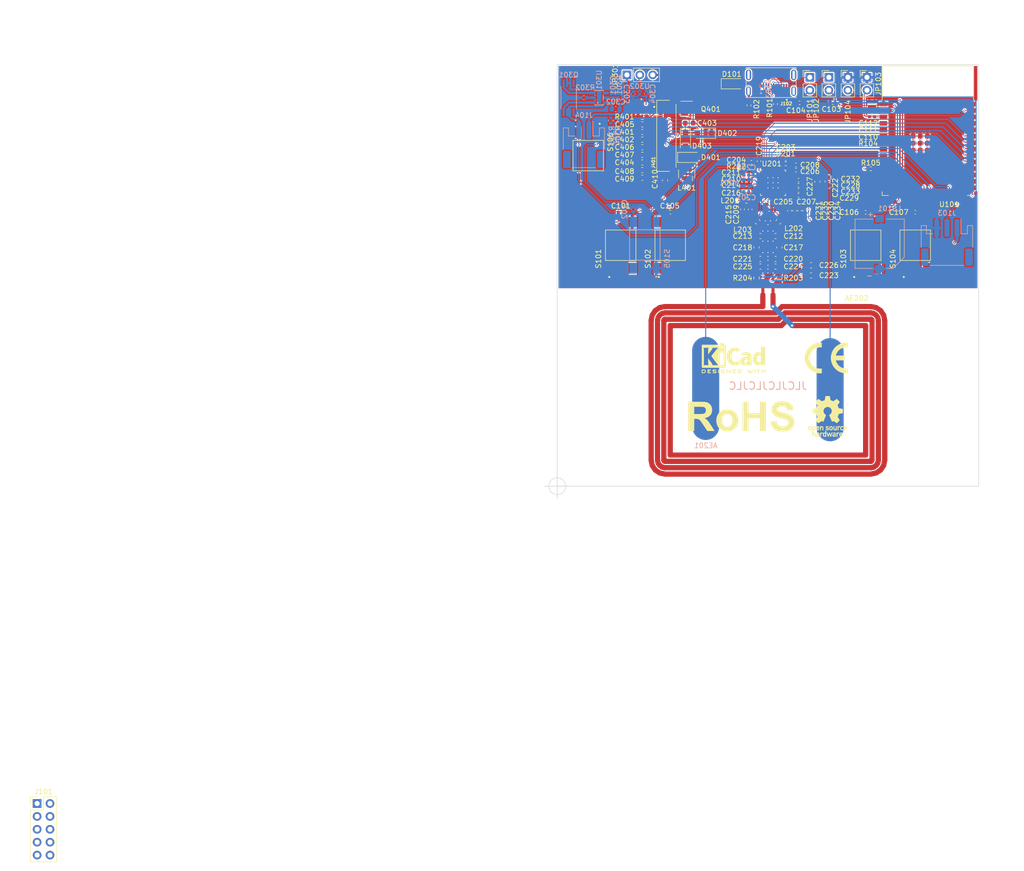
<source format=kicad_pcb>
(kicad_pcb (version 20211014) (generator pcbnew)

  (general
    (thickness 1.59)
  )

  (paper "A4")
  (layers
    (0 "F.Cu" signal)
    (1 "In1.Cu" power)
    (2 "In2.Cu" power)
    (31 "B.Cu" signal)
    (32 "B.Adhes" user "B.Adhesive")
    (33 "F.Adhes" user "F.Adhesive")
    (34 "B.Paste" user)
    (35 "F.Paste" user)
    (36 "B.SilkS" user "B.Silkscreen")
    (37 "F.SilkS" user "F.Silkscreen")
    (38 "B.Mask" user)
    (39 "F.Mask" user)
    (40 "Dwgs.User" user "User.Drawings")
    (41 "Cmts.User" user "User.Comments")
    (42 "Eco1.User" user "User.Eco1")
    (43 "Eco2.User" user "User.Eco2")
    (44 "Edge.Cuts" user)
    (45 "Margin" user)
    (46 "B.CrtYd" user "B.Courtyard")
    (47 "F.CrtYd" user "F.Courtyard")
    (48 "B.Fab" user)
    (49 "F.Fab" user)
    (50 "User.1" user)
    (51 "User.2" user)
    (52 "User.3" user)
    (53 "User.4" user)
    (54 "User.5" user)
    (55 "User.6" user)
    (56 "User.7" user)
    (57 "User.8" user)
    (58 "User.9" user)
  )

  (setup
    (stackup
      (layer "F.SilkS" (type "Top Silk Screen") (color "White"))
      (layer "F.Paste" (type "Top Solder Paste"))
      (layer "F.Mask" (type "Top Solder Mask") (color "Green") (thickness 0.01))
      (layer "F.Cu" (type "copper") (thickness 0.035))
      (layer "dielectric 1" (type "core") (thickness 0.2) (material "FR4") (epsilon_r 4.6) (loss_tangent 0.02))
      (layer "In1.Cu" (type "copper") (thickness 0.0175))
      (layer "dielectric 2" (type "prepreg") (thickness 1.065) (material "FR4") (epsilon_r 4.6) (loss_tangent 0.02))
      (layer "In2.Cu" (type "copper") (thickness 0.0175))
      (layer "dielectric 3" (type "core") (thickness 0.2) (material "FR4") (epsilon_r 4.6) (loss_tangent 0.02))
      (layer "B.Cu" (type "copper") (thickness 0.035))
      (layer "B.Mask" (type "Bottom Solder Mask") (color "Green") (thickness 0.01))
      (layer "B.Paste" (type "Bottom Solder Paste"))
      (layer "B.SilkS" (type "Bottom Silk Screen") (color "White"))
      (copper_finish "ENIG")
      (dielectric_constraints yes)
    )
    (pad_to_mask_clearance 0.05)
    (solder_mask_min_width 0.2)
    (pcbplotparams
      (layerselection 0x00010fc_ffffffff)
      (disableapertmacros false)
      (usegerberextensions false)
      (usegerberattributes true)
      (usegerberadvancedattributes true)
      (creategerberjobfile true)
      (svguseinch false)
      (svgprecision 6)
      (excludeedgelayer true)
      (plotframeref false)
      (viasonmask false)
      (mode 1)
      (useauxorigin false)
      (hpglpennumber 1)
      (hpglpenspeed 20)
      (hpglpendiameter 15.000000)
      (dxfpolygonmode true)
      (dxfimperialunits true)
      (dxfusepcbnewfont true)
      (psnegative false)
      (psa4output false)
      (plotreference true)
      (plotvalue true)
      (plotinvisibletext false)
      (sketchpadsonfab false)
      (subtractmaskfromsilk false)
      (outputformat 1)
      (mirror false)
      (drillshape 1)
      (scaleselection 1)
      (outputdirectory "")
    )
  )

  (net 0 "")
  (net 1 "Net-(AE202-Pad1)")
  (net 2 "Net-(AE202-Pad2)")
  (net 3 "GND")
  (net 4 "+3V3")
  (net 5 "Net-(C404-Pad2)")
  (net 6 "Net-(C405-Pad2)")
  (net 7 "Net-(C406-Pad2)")
  (net 8 "Net-(C407-Pad2)")
  (net 9 "Net-(C408-Pad2)")
  (net 10 "Net-(C409-Pad2)")
  (net 11 "Net-(C410-Pad1)")
  (net 12 "+5V")
  (net 13 "USB_VBUS")
  (net 14 "ETH_CLK")
  (net 15 "ETH_INT")
  (net 16 "ETH_WOL")
  (net 17 "MISO")
  (net 18 "MOSI")
  (net 19 "Net-(C209-Pad1)")
  (net 20 "Net-(C210-Pad1)")
  (net 21 "Net-(J102-PadS1)")
  (net 22 "unconnected-(J102-PadA1)")
  (net 23 "unconnected-(J102-PadA2)")
  (net 24 "unconnected-(J102-PadA3)")
  (net 25 "Net-(J102-PadA5)")
  (net 26 "USB_D+")
  (net 27 "USB_D-")
  (net 28 "unconnected-(J102-PadA8)")
  (net 29 "unconnected-(J102-PadA10)")
  (net 30 "unconnected-(J102-PadA11)")
  (net 31 "unconnected-(J102-PadB1)")
  (net 32 "unconnected-(J102-PadB2)")
  (net 33 "unconnected-(J102-PadB3)")
  (net 34 "Net-(J102-PadB5)")
  (net 35 "unconnected-(J102-PadB8)")
  (net 36 "unconnected-(J102-PadB10)")
  (net 37 "unconnected-(J102-PadB11)")
  (net 38 "LED_DATA")
  (net 39 "+BATT")
  (net 40 "-BATT")
  (net 41 "SCLK")
  (net 42 "ETH_SS_N")
  (net 43 "Net-(J401-Pad1)")
  (net 44 "unconnected-(J401-Pad6)")
  (net 45 "unconnected-(J401-Pad7)")
  (net 46 "DISP_BS")
  (net 47 "DISP_BUSY_N")
  (net 48 "DISP_RST")
  (net 49 "DISP_DC")
  (net 50 "DISP_SS_N")
  (net 51 "NFC_SS_N")
  (net 52 "NFC_IRQ")
  (net 53 "unconnected-(J401-Pad17)")
  (net 54 "unconnected-(J401-Pad19)")
  (net 55 "BUZZER")
  (net 56 "unconnected-(Q301-Pad1)")
  (net 57 "Net-(Q301-Pad4)")
  (net 58 "Net-(Q301-Pad5)")
  (net 59 "unconnected-(S101-Pad2)")
  (net 60 "unconnected-(S101-Pad1)")
  (net 61 "SW1")
  (net 62 "unconnected-(S102-Pad2)")
  (net 63 "unconnected-(S102-Pad1)")
  (net 64 "SW5")
  (net 65 "unconnected-(S103-Pad1)")
  (net 66 "unconnected-(S103-Pad2)")
  (net 67 "unconnected-(S104-Pad2)")
  (net 68 "unconnected-(S104-Pad1)")
  (net 69 "SW2")
  (net 70 "unconnected-(S105-Pad2)")
  (net 71 "Net-(S105-Pad3)")
  (net 72 "SW3")
  (net 73 "unconnected-(S106-Pad4)")
  (net 74 "unconnected-(S106-Pad3)")
  (net 75 "SW4")
  (net 76 "ESP_EN")
  (net 77 "ESP_BOOT")
  (net 78 "Net-(R105-Pad2)")
  (net 79 "ESP_D-")
  (net 80 "ESP_D+")
  (net 81 "unconnected-(U101-Pad36)")
  (net 82 "unconnected-(U101-Pad37)")
  (net 83 "SENSE_BAT")
  (net 84 "Net-(C212-Pad1)")
  (net 85 "/NFC/RFO1")
  (net 86 "/NFC/RFO2")
  (net 87 "/NFC/TRIM1_3")
  (net 88 "/NFC/TRIM2_3")
  (net 89 "/NFC/TRIM1_2")
  (net 90 "/NFC/TRIM2_2")
  (net 91 "Net-(R201-Pad2)")
  (net 92 "unconnected-(U201-Pad28)")
  (net 93 "Net-(R202-Pad2)")
  (net 94 "Net-(C213-Pad2)")
  (net 95 "Net-(C202-Pad2)")
  (net 96 "Net-(C201-Pad2)")
  (net 97 "/NFC/TRIM1_1")
  (net 98 "/NFC/TRIM2_1")
  (net 99 "/NFC/TRIM1_0")
  (net 100 "/NFC/TRIM2_0")
  (net 101 "/NFC/RFI1")
  (net 102 "/NFC/RFI2")
  (net 103 "Net-(C214-Pad1)")
  (net 104 "Net-(R302-Pad1)")
  (net 105 "unconnected-(U301-Pad4)")
  (net 106 "Net-(C301-Pad1)")
  (net 107 "Net-(AE201-Pad1)")
  (net 108 "Net-(AE201-Pad2)")
  (net 109 "Net-(C205-Pad1)")
  (net 110 "Net-(C206-Pad2)")
  (net 111 "TRIM1")
  (net 112 "TRIM2")
  (net 113 "Net-(C403-Pad1)")
  (net 114 "Net-(C403-Pad2)")
  (net 115 "unconnected-(J401-Pad4)")
  (net 116 "Net-(J401-Pad3)")
  (net 117 "Net-(C303-Pad1)")
  (net 118 "unconnected-(U101-Pad30)")
  (net 119 "unconnected-(U101-Pad29)")
  (net 120 "unconnected-(U101-Pad28)")
  (net 121 "unconnected-(U101-Pad38)")
  (net 122 "unconnected-(U101-Pad15)")
  (net 123 "unconnected-(U101-Pad10)")
  (net 124 "unconnected-(U101-Pad26)")
  (net 125 "unconnected-(U101-Pad12)")

  (footprint "Capacitor_SMD:C_0603_1608Metric" (layer "F.Cu") (at 46.75 43.25))

  (footprint "Capacitor_SMD:C_0402_1005Metric" (layer "F.Cu") (at 77.52 52.75))

  (footprint "Resistor_SMD:R_0603_1608Metric" (layer "F.Cu") (at 73.75 69 -90))

  (footprint "Capacitor_SMD:C_0603_1608Metric" (layer "F.Cu") (at 73 66.75 180))

  (footprint "Capacitor_SMD:C_0402_1005Metric" (layer "F.Cu") (at 68 55.5 -90))

  (footprint "FH34SRJ-24S-0:HRS_FH34SRJ-24S-0.5SH(99)" (layer "F.Cu") (at 51.5 41 90))

  (footprint "Capacitor_SMD:C_0402_1005Metric" (layer "F.Cu") (at 71.75 55.5))

  (footprint "Resistor_SMD:R_0402_1005Metric" (layer "F.Cu") (at 67.75 35 -90))

  (footprint "ST25R3911B-AQFT:QFN50P500X500X100-33N" (layer "F.Cu") (at 72.5 50.25))

  (footprint "Resistor_SMD:R_0603_1608Metric" (layer "F.Cu") (at 46.75 37.25))

  (footprint "Capacitor_SMD:C_0402_1005Metric" (layer "F.Cu") (at 75 45.5 180))

  (footprint "Capacitor_SMD:C_0402_1005Metric" (layer "F.Cu") (at 66.75 51.77 90))

  (footprint "Capacitor_SMD:C_0402_1005Metric" (layer "F.Cu") (at 77.02 46.75 180))

  (footprint "Symbol:KiCad-Logo2_5mm_SilkScreen" (layer "F.Cu") (at 64.75 84.75))

  (footprint "Symbol:CE-Logo_8.5x6mm_SilkScreen" (layer "F.Cu") (at 83 84.75))

  (footprint "Capacitor_SMD:C_0402_1005Metric" (layer "F.Cu") (at 66.75 49.25 -90))

  (footprint "Capacitor_SMD:C_0603_1608Metric" (layer "F.Cu") (at 56 38.5 180))

  (footprint "Diode_SMD:D_SOD-123F" (layer "F.Cu") (at 59 40.5 180))

  (footprint "Diode_SMD:D_SOD-123F" (layer "F.Cu") (at 55.9 45.25))

  (footprint "Connector_PinHeader_2.54mm:PinHeader_2x05_P2.54mm_Vertical" (layer "F.Cu") (at -72.4375 172.5))

  (footprint "Antenna:Antenna_NFC" (layer "F.Cu") (at 71 91 -90))

  (footprint "Capacitor_SMD:C_0402_1005Metric" (layer "F.Cu") (at 75.75 55.75 -90))

  (footprint "Connector_PinHeader_2.54mm:PinHeader_1x02_P2.54mm_Vertical" (layer "F.Cu") (at 79.75 29.475))

  (footprint "Resistor_SMD:R_0402_1005Metric" (layer "F.Cu") (at 75 46.5 180))

  (footprint "Resistor_SMD:R_0402_1005Metric" (layer "F.Cu") (at 92.5 36.75 90))

  (footprint "Capacitor_SMD:C_0402_1005Metric" (layer "F.Cu") (at 90.75 56.05 180))

  (footprint "Capacitor_SMD:C_0402_1005Metric" (layer "F.Cu") (at 91.5 36.75 -90))

  (footprint "Capacitor_SMD:C_0603_1608Metric" (layer "F.Cu")
    (tedit 5F68FEEE) (tstamp 4c7db646-c5d0-4798-b995-2bdd18bb23df)
    (at 73.75 63 -90)
    (descr "Capacitor SMD 0603 (1608 Metric), square (rectangular) end terminal, IPC_7351 nominal, (Body size source: IPC-SM-782 page 76, https://www.pcb-3d.com/wordpress/wp-content/uploads/ipc-sm-782a_amendment_1_and_2.pdf), generated with kicad-footprint-generator")
    (tags "capacitor")
    (property "Sheetfile" "nfc.kicad_sch")
    (property "Sheetname" "NFC")
    (path "/12733162-db3f-47d8-9381-7081401740d8/1c7bd852-9432-4a97-841b-dd2c92ee99f4")
    (attr smd)
    (fp_text reference "C217" (at 0 -2.75 180) (layer "F.SilkS")
      (effects (font (size 1 1) (thickness 0.15)))
      (tstamp 49dcd1b7-f635-4f5a-8a01-f8c834a847dc)
    )
    (fp_text value "180p" (at 0 1.43 90) (layer "F.Fab")
      (effects (font (size 1 1) (thickness 0.15)))
      (tstamp 3e0ec843-335e-4cba-83ca-7284adaf011d)
    )
    (fp_text user "${REFERENCE}" (at 0 0 90) (layer "F.Fab")
      (effects (font (size 0.4 0.4) (thick
... [1483378 chars truncated]
</source>
